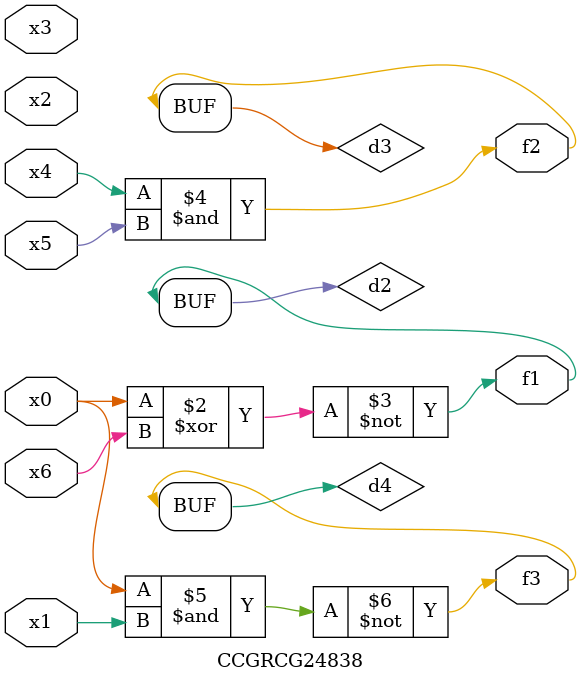
<source format=v>
module CCGRCG24838(
	input x0, x1, x2, x3, x4, x5, x6,
	output f1, f2, f3
);

	wire d1, d2, d3, d4;

	nor (d1, x0);
	xnor (d2, x0, x6);
	and (d3, x4, x5);
	nand (d4, x0, x1);
	assign f1 = d2;
	assign f2 = d3;
	assign f3 = d4;
endmodule

</source>
